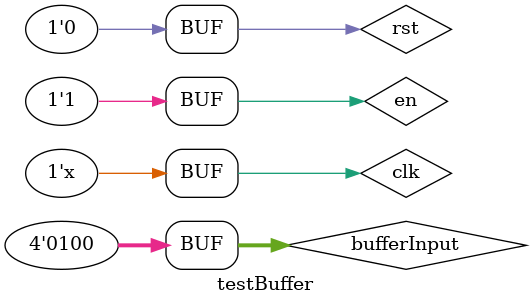
<source format=sv>
module testBuffer;
	parameter BW=4;
	
	
	logic clk, rst, en;
	logic [BW-1:0] bufferInput;
	logic [BW-1:0] bufferOut;
	
	buffer #(.Buffer_size(BW)) buff(rst,clk,en,bufferInput,bufferOut);
	
	
	always #5 clk = ~clk;

	// Initialize inputs
	initial begin
		clk = 0;
		rst = 0;

		// Apply reset
		rst = 1;
		#10;
		rst = 0;
		en = 1;
		#10;
		
		bufferInput = 3;
		#10;
		
		en = 0;
		bufferInput = 4;
		#10;
		
		en = 1;
		#10;
	end

endmodule
</source>
